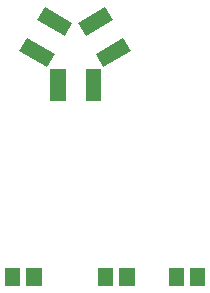
<source format=gbr>
G04 start of page 10 for group -4015 idx -4015 *
G04 Title: (unknown), toppaste *
G04 Creator: pcb 4.0.2 *
G04 CreationDate: Mon Feb 22 17:57:16 2021 UTC *
G04 For: ndholmes *
G04 Format: Gerber/RS-274X *
G04 PCB-Dimensions (mil): 2000.00 2000.00 *
G04 PCB-Coordinate-Origin: lower left *
%MOIN*%
%FSLAX25Y25*%
%LNTOPPASTE*%
%ADD32C,0.0001*%
G54D32*G36*
X88602Y49452D02*X83484D01*
Y43548D01*
X88602D01*
Y49452D01*
G37*
G36*
X81516D02*X76398D01*
Y43548D01*
X81516D01*
Y49452D01*
G37*
G36*
X112516D02*X107398D01*
Y43548D01*
X112516D01*
Y49452D01*
G37*
G36*
X119602D02*X114484D01*
Y43548D01*
X119602D01*
Y49452D01*
G37*
G36*
X136016D02*X130898D01*
Y43548D01*
X136016D01*
Y49452D01*
G37*
G36*
X143102D02*X137984D01*
Y43548D01*
X143102D01*
Y49452D01*
G37*
G36*
X83726Y126259D02*X81166Y121827D01*
X90370Y116513D01*
X92929Y120945D01*
X83726Y126259D01*
G37*
G36*
X89630Y136487D02*X87071Y132055D01*
X96274Y126741D01*
X98834Y131173D01*
X89630Y136487D01*
G37*
G36*
X118334Y121827D02*X115774Y126259D01*
X106571Y120945D01*
X109130Y116513D01*
X118334Y121827D01*
G37*
G36*
X112429Y132055D02*X109870Y136487D01*
X100666Y131173D01*
X103226Y126741D01*
X112429Y132055D01*
G37*
G36*
X108464Y115814D02*X103346D01*
Y105186D01*
X108464D01*
Y115814D01*
G37*
G36*
X96654D02*X91536D01*
Y105186D01*
X96654D01*
Y115814D01*
G37*
M02*

</source>
